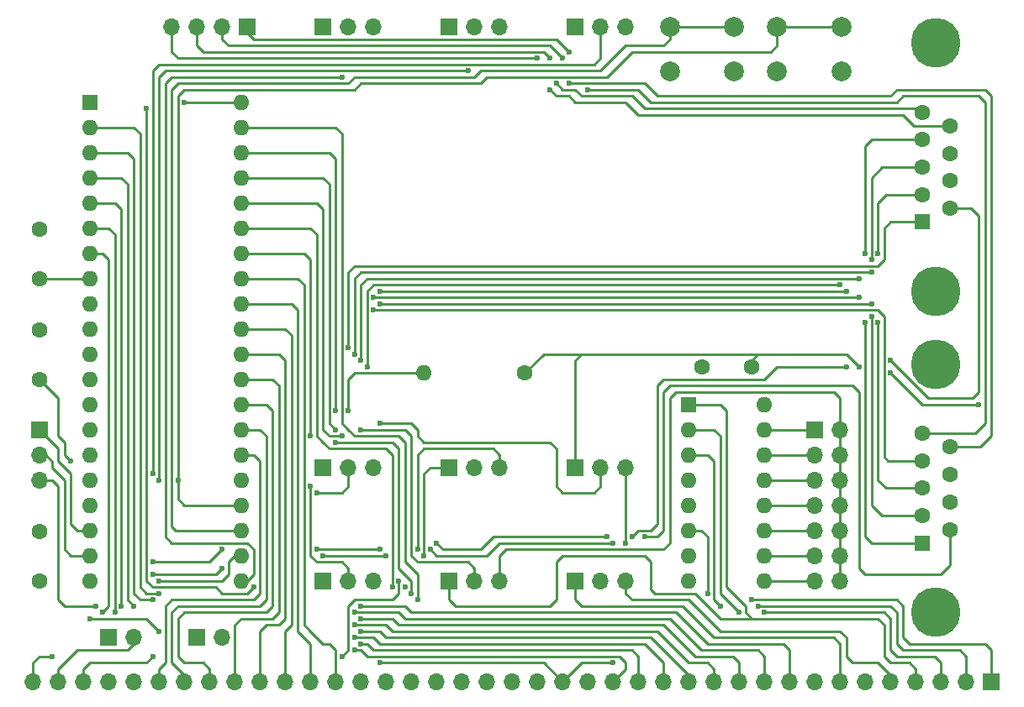
<source format=gtl>
G04 #@! TF.FileFunction,Copper,L1,Top,Signal*
%FSLAX46Y46*%
G04 Gerber Fmt 4.6, Leading zero omitted, Abs format (unit mm)*
G04 Created by KiCad (PCBNEW 4.0.7) date 02/14/19 14:15:43*
%MOMM*%
%LPD*%
G01*
G04 APERTURE LIST*
%ADD10C,0.100000*%
%ADD11C,1.600000*%
%ADD12R,1.600000X1.600000*%
%ADD13O,1.600000X1.600000*%
%ADD14R,1.700000X1.700000*%
%ADD15O,1.700000X1.700000*%
%ADD16C,5.000000*%
%ADD17C,2.000000*%
%ADD18C,0.600000*%
%ADD19C,0.250000*%
G04 APERTURE END LIST*
D10*
D11*
X54610000Y-132715000D03*
X54610000Y-127715000D03*
X126365000Y-111125000D03*
X121365000Y-111125000D03*
D12*
X120015000Y-114935000D03*
D13*
X127635000Y-132715000D03*
X120015000Y-117475000D03*
X127635000Y-130175000D03*
X120015000Y-120015000D03*
X127635000Y-127635000D03*
X120015000Y-122555000D03*
X127635000Y-125095000D03*
X120015000Y-125095000D03*
X127635000Y-122555000D03*
X120015000Y-127635000D03*
X127635000Y-120015000D03*
X120015000Y-130175000D03*
X127635000Y-117475000D03*
X120015000Y-132715000D03*
X127635000Y-114935000D03*
D14*
X132715000Y-117475000D03*
D15*
X135255000Y-117475000D03*
X132715000Y-120015000D03*
X135255000Y-120015000D03*
X132715000Y-122555000D03*
X135255000Y-122555000D03*
X132715000Y-125095000D03*
X135255000Y-125095000D03*
X132715000Y-127635000D03*
X135255000Y-127635000D03*
X132715000Y-130175000D03*
X135255000Y-130175000D03*
X132715000Y-132715000D03*
X135255000Y-132715000D03*
D11*
X54610000Y-102235000D03*
X54610000Y-97235000D03*
X54610000Y-112395000D03*
X54610000Y-107395000D03*
D14*
X150495000Y-142875000D03*
D15*
X147955000Y-142875000D03*
X145415000Y-142875000D03*
X142875000Y-142875000D03*
X140335000Y-142875000D03*
X137795000Y-142875000D03*
X135255000Y-142875000D03*
X132715000Y-142875000D03*
X130175000Y-142875000D03*
X127635000Y-142875000D03*
X125095000Y-142875000D03*
X122555000Y-142875000D03*
X120015000Y-142875000D03*
X117475000Y-142875000D03*
X114935000Y-142875000D03*
X112395000Y-142875000D03*
X109855000Y-142875000D03*
X107315000Y-142875000D03*
X104775000Y-142875000D03*
X102235000Y-142875000D03*
X99695000Y-142875000D03*
X97155000Y-142875000D03*
X94615000Y-142875000D03*
X92075000Y-142875000D03*
X89535000Y-142875000D03*
X86995000Y-142875000D03*
X84455000Y-142875000D03*
X81915000Y-142875000D03*
X79375000Y-142875000D03*
X76835000Y-142875000D03*
X74295000Y-142875000D03*
X71755000Y-142875000D03*
X69215000Y-142875000D03*
X66675000Y-142875000D03*
X64135000Y-142875000D03*
X61595000Y-142875000D03*
X59055000Y-142875000D03*
X56515000Y-142875000D03*
X53975000Y-142875000D03*
D14*
X83185000Y-132715000D03*
D15*
X85725000Y-132715000D03*
X88265000Y-132715000D03*
D14*
X95885000Y-132715000D03*
D15*
X98425000Y-132715000D03*
X100965000Y-132715000D03*
D14*
X70485000Y-138430000D03*
D15*
X73025000Y-138430000D03*
D14*
X61595000Y-138430000D03*
D15*
X64135000Y-138430000D03*
D11*
X103505000Y-111760000D03*
D13*
X93345000Y-111760000D03*
D12*
X59690000Y-84455000D03*
D13*
X74930000Y-132715000D03*
X59690000Y-86995000D03*
X74930000Y-130175000D03*
X59690000Y-89535000D03*
X74930000Y-127635000D03*
X59690000Y-92075000D03*
X74930000Y-125095000D03*
X59690000Y-94615000D03*
X74930000Y-122555000D03*
X59690000Y-97155000D03*
X74930000Y-120015000D03*
X59690000Y-99695000D03*
X74930000Y-117475000D03*
X59690000Y-102235000D03*
X74930000Y-114935000D03*
X59690000Y-104775000D03*
X74930000Y-112395000D03*
X59690000Y-107315000D03*
X74930000Y-109855000D03*
X59690000Y-109855000D03*
X74930000Y-107315000D03*
X59690000Y-112395000D03*
X74930000Y-104775000D03*
X59690000Y-114935000D03*
X74930000Y-102235000D03*
X59690000Y-117475000D03*
X74930000Y-99695000D03*
X59690000Y-120015000D03*
X74930000Y-97155000D03*
X59690000Y-122555000D03*
X74930000Y-94615000D03*
X59690000Y-125095000D03*
X74930000Y-92075000D03*
X59690000Y-127635000D03*
X74930000Y-89535000D03*
X59690000Y-130175000D03*
X74930000Y-86995000D03*
X59690000Y-132715000D03*
X74930000Y-84455000D03*
D14*
X75565000Y-76835000D03*
D15*
X73025000Y-76835000D03*
X70485000Y-76835000D03*
X67945000Y-76835000D03*
D12*
X143510000Y-96520000D03*
D11*
X143510000Y-93750000D03*
X143510000Y-90980000D03*
X143510000Y-88210000D03*
X143510000Y-85440000D03*
X146350000Y-95135000D03*
X146350000Y-92365000D03*
X146350000Y-89595000D03*
X146350000Y-86825000D03*
D16*
X144930000Y-78480000D03*
X144930000Y-103480000D03*
D12*
X143510000Y-128905000D03*
D11*
X143510000Y-126135000D03*
X143510000Y-123365000D03*
X143510000Y-120595000D03*
X143510000Y-117825000D03*
X146350000Y-127520000D03*
X146350000Y-124750000D03*
X146350000Y-121980000D03*
X146350000Y-119210000D03*
D16*
X144930000Y-110865000D03*
X144930000Y-135865000D03*
D14*
X54610000Y-117475000D03*
D15*
X54610000Y-120015000D03*
X54610000Y-122555000D03*
D14*
X83185000Y-121285000D03*
D15*
X85725000Y-121285000D03*
X88265000Y-121285000D03*
D14*
X95885000Y-121285000D03*
D15*
X98425000Y-121285000D03*
X100965000Y-121285000D03*
D14*
X83185000Y-76835000D03*
D15*
X85725000Y-76835000D03*
X88265000Y-76835000D03*
D14*
X95885000Y-76835000D03*
D15*
X98425000Y-76835000D03*
X100965000Y-76835000D03*
D14*
X108585000Y-76835000D03*
D15*
X111125000Y-76835000D03*
X113665000Y-76835000D03*
D17*
X118110000Y-81335000D03*
X118110000Y-76835000D03*
X124610000Y-81335000D03*
X124610000Y-76835000D03*
X128905000Y-81335000D03*
X128905000Y-76835000D03*
X135405000Y-81335000D03*
X135405000Y-76835000D03*
D14*
X108585000Y-132715000D03*
D15*
X111125000Y-132715000D03*
X113665000Y-132715000D03*
D14*
X108585000Y-121285000D03*
D15*
X111125000Y-121285000D03*
X113665000Y-121285000D03*
D18*
X137160000Y-111125000D03*
X140335000Y-111760000D03*
X149225000Y-114935000D03*
X88900000Y-140970000D03*
X112395000Y-140970000D03*
X107950000Y-79375000D03*
X109855000Y-83185000D03*
X107315000Y-80010000D03*
X107950000Y-82550000D03*
X106680000Y-82550000D03*
X106045000Y-80010000D03*
X106045000Y-83185000D03*
X104775000Y-80010000D03*
X86995000Y-135255000D03*
X66675000Y-133985000D03*
X86995000Y-136525000D03*
X86360000Y-137160000D03*
X66040000Y-134620000D03*
X86995000Y-137795000D03*
X64135000Y-135255000D03*
X86360000Y-138430000D03*
X62865000Y-135255000D03*
X86995000Y-139065000D03*
X62230000Y-135890000D03*
X60960000Y-135890000D03*
X86360000Y-139700000D03*
X92710000Y-134620000D03*
X90170000Y-133350000D03*
X55880000Y-140335000D03*
X85725000Y-115570000D03*
X135890000Y-111125000D03*
X112395000Y-128905000D03*
X114300000Y-128270000D03*
X89535000Y-130175000D03*
X73025000Y-131445000D03*
X66040000Y-132080000D03*
X59690000Y-136525000D03*
X66675000Y-137795000D03*
X83185000Y-130175000D03*
X93980000Y-129540000D03*
X140335000Y-110490000D03*
X111760000Y-128270000D03*
X73025000Y-129540000D03*
X66040000Y-130810000D03*
X82550000Y-129540000D03*
X94615000Y-128905000D03*
X88900000Y-129540000D03*
X115570000Y-128270000D03*
X121920000Y-133985000D03*
X126365000Y-134620000D03*
X123190000Y-135255000D03*
X127000000Y-135255000D03*
X125095000Y-135890000D03*
X127635000Y-135890000D03*
X88900000Y-103505000D03*
X137795000Y-106680000D03*
X135890000Y-103505000D03*
X68580000Y-122555000D03*
X57785000Y-120650000D03*
X85725000Y-109220000D03*
X86360000Y-109855000D03*
X138430000Y-101600000D03*
X139065000Y-99695000D03*
X86995000Y-110490000D03*
X137160000Y-102235000D03*
X138430000Y-100330000D03*
X87630000Y-111125000D03*
X135255000Y-102870000D03*
X137795000Y-99695000D03*
X88265000Y-104140000D03*
X137160000Y-104140000D03*
X138430000Y-106045000D03*
X88900000Y-104775000D03*
X139065000Y-106680000D03*
X138430000Y-104775000D03*
X88265000Y-105410000D03*
X60325000Y-135255000D03*
X66675000Y-132715000D03*
X86360000Y-135890000D03*
X76200000Y-133350000D03*
X65405000Y-85090000D03*
X69215000Y-84455000D03*
X92075000Y-133985000D03*
X81915000Y-118110000D03*
X84455000Y-118745000D03*
X93345000Y-130175000D03*
X91440000Y-133350000D03*
X90805000Y-132715000D03*
X66040000Y-140335000D03*
X85090000Y-140335000D03*
X92710000Y-129540000D03*
X82550000Y-123825000D03*
X84455000Y-115570000D03*
X81915000Y-123190000D03*
X86995000Y-117475000D03*
X84455000Y-117475000D03*
X88900000Y-116840000D03*
X85090000Y-118110000D03*
X85090000Y-81915000D03*
X66675000Y-122555000D03*
X97790000Y-81280000D03*
X66040000Y-121920000D03*
X113665000Y-128905000D03*
D19*
X126365000Y-111125000D02*
X126365000Y-110490000D01*
X126365000Y-110490000D02*
X127000000Y-109855000D01*
X125095000Y-109855000D02*
X127000000Y-109855000D01*
X127000000Y-109855000D02*
X135890000Y-109855000D01*
X135890000Y-109855000D02*
X136525000Y-110490000D01*
X143510000Y-114935000D02*
X140335000Y-111760000D01*
X149225000Y-114935000D02*
X143510000Y-114935000D01*
X136525000Y-110490000D02*
X137160000Y-111125000D01*
X108585000Y-116840000D02*
X108585000Y-110490000D01*
X108585000Y-110490000D02*
X109220000Y-109855000D01*
X108585000Y-121285000D02*
X108585000Y-116840000D01*
X125095000Y-109855000D02*
X109220000Y-109855000D01*
X105410000Y-109855000D02*
X103505000Y-111760000D01*
X109220000Y-109855000D02*
X106680000Y-109855000D01*
X106680000Y-109855000D02*
X105410000Y-109855000D01*
X104140000Y-140970000D02*
X88900000Y-140970000D01*
X104140000Y-140970000D02*
X105410000Y-140970000D01*
X105410000Y-140970000D02*
X107315000Y-142875000D01*
X112395000Y-140970000D02*
X109220000Y-140970000D01*
X107315000Y-142875000D02*
X109220000Y-140970000D01*
X127635000Y-117475000D02*
X132715000Y-117475000D01*
X127635000Y-120015000D02*
X132715000Y-120015000D01*
X127635000Y-122555000D02*
X132715000Y-122555000D01*
X127635000Y-125095000D02*
X132715000Y-125095000D01*
X127635000Y-127635000D02*
X132715000Y-127635000D01*
X127635000Y-130175000D02*
X132715000Y-130175000D01*
X127635000Y-132715000D02*
X132715000Y-132715000D01*
X75565000Y-76835000D02*
X75565000Y-77470000D01*
X75565000Y-77470000D02*
X76200000Y-78105000D01*
X76200000Y-78105000D02*
X78105000Y-78105000D01*
X139700000Y-84455000D02*
X140970000Y-84455000D01*
X143510000Y-117825000D02*
X148875000Y-117825000D01*
X149860000Y-116840000D02*
X149860000Y-109855000D01*
X148875000Y-117825000D02*
X149860000Y-116840000D01*
X149860000Y-85090000D02*
X149860000Y-109855000D01*
X114935000Y-83185000D02*
X116205000Y-84455000D01*
X116205000Y-84455000D02*
X139700000Y-84455000D01*
X109855000Y-83185000D02*
X114935000Y-83185000D01*
X149860000Y-84455000D02*
X149860000Y-85090000D01*
X149225000Y-83820000D02*
X149860000Y-84455000D01*
X141605000Y-83820000D02*
X149225000Y-83820000D01*
X140970000Y-84455000D02*
X141605000Y-83820000D01*
X104140000Y-78105000D02*
X106680000Y-78105000D01*
X78105000Y-78105000D02*
X81915000Y-78105000D01*
X104140000Y-78105000D02*
X81915000Y-78105000D01*
X107950000Y-79375000D02*
X107950000Y-79375000D01*
X106680000Y-78105000D02*
X107950000Y-79375000D01*
X78105000Y-78740000D02*
X73660000Y-78740000D01*
X107315000Y-80010000D02*
X106045000Y-78740000D01*
X102235000Y-78740000D02*
X81280000Y-78740000D01*
X78105000Y-78740000D02*
X81280000Y-78740000D01*
X102235000Y-78740000D02*
X106045000Y-78740000D01*
X73025000Y-78105000D02*
X73025000Y-76835000D01*
X73660000Y-78740000D02*
X73025000Y-78105000D01*
X139700000Y-83820000D02*
X140335000Y-83820000D01*
X115570000Y-82550000D02*
X116840000Y-83820000D01*
X116840000Y-83820000D02*
X139700000Y-83820000D01*
X107950000Y-82550000D02*
X109855000Y-82550000D01*
X109855000Y-82550000D02*
X115570000Y-82550000D01*
X149395000Y-119210000D02*
X150495000Y-118110000D01*
X150495000Y-118110000D02*
X150495000Y-83820000D01*
X149395000Y-119210000D02*
X146350000Y-119210000D01*
X149860000Y-83185000D02*
X150495000Y-83820000D01*
X140970000Y-83185000D02*
X149860000Y-83185000D01*
X140335000Y-83820000D02*
X140970000Y-83185000D01*
X78740000Y-79375000D02*
X71120000Y-79375000D01*
X109855000Y-83820000D02*
X114300000Y-83820000D01*
X109220000Y-83820000D02*
X109855000Y-83820000D01*
X102870000Y-79375000D02*
X105410000Y-79375000D01*
X102870000Y-79375000D02*
X78740000Y-79375000D01*
X105410000Y-79375000D02*
X106045000Y-80010000D01*
X106680000Y-82550000D02*
X107315000Y-83185000D01*
X115570000Y-85090000D02*
X137795000Y-85090000D01*
X114300000Y-83820000D02*
X115570000Y-85090000D01*
X143160000Y-85090000D02*
X137795000Y-85090000D01*
X108585000Y-83185000D02*
X109220000Y-83820000D01*
X107315000Y-83185000D02*
X108585000Y-83185000D01*
X70485000Y-78740000D02*
X70485000Y-76835000D01*
X71120000Y-79375000D02*
X70485000Y-78740000D01*
X143160000Y-85090000D02*
X143510000Y-85440000D01*
X78740000Y-80010000D02*
X68580000Y-80010000D01*
X142705000Y-86825000D02*
X141605000Y-85725000D01*
X141605000Y-85725000D02*
X139700000Y-85725000D01*
X109855000Y-84455000D02*
X113665000Y-84455000D01*
X108585000Y-84455000D02*
X109855000Y-84455000D01*
X104140000Y-80010000D02*
X104775000Y-80010000D01*
X104140000Y-80010000D02*
X78740000Y-80010000D01*
X106045000Y-83185000D02*
X106680000Y-83820000D01*
X114935000Y-85725000D02*
X139700000Y-85725000D01*
X113665000Y-84455000D02*
X114935000Y-85725000D01*
X146350000Y-86825000D02*
X142705000Y-86825000D01*
X107950000Y-83820000D02*
X108585000Y-84455000D01*
X106680000Y-83820000D02*
X107950000Y-83820000D01*
X67945000Y-79375000D02*
X67945000Y-76835000D01*
X68580000Y-80010000D02*
X67945000Y-79375000D01*
X130175000Y-139700000D02*
X129540000Y-139065000D01*
X91440000Y-135255000D02*
X86995000Y-135255000D01*
X92075000Y-135890000D02*
X91440000Y-135255000D01*
X118745000Y-135890000D02*
X92075000Y-135890000D01*
X121920000Y-139065000D02*
X118745000Y-135890000D01*
X129540000Y-139065000D02*
X121920000Y-139065000D01*
X130175000Y-142875000D02*
X130175000Y-139700000D01*
X124460000Y-140335000D02*
X120650000Y-140335000D01*
X90170000Y-136525000D02*
X90805000Y-137160000D01*
X90805000Y-137160000D02*
X117475000Y-137160000D01*
X66675000Y-133985000D02*
X66040000Y-133985000D01*
X64770000Y-129540000D02*
X64770000Y-132715000D01*
X59690000Y-86995000D02*
X64135000Y-86995000D01*
X64770000Y-87630000D02*
X64770000Y-129540000D01*
X64135000Y-86995000D02*
X64770000Y-87630000D01*
X64770000Y-133350000D02*
X65405000Y-133985000D01*
X65405000Y-133985000D02*
X66040000Y-133985000D01*
X64770000Y-132715000D02*
X64770000Y-133350000D01*
X86995000Y-136525000D02*
X90170000Y-136525000D01*
X125095000Y-140970000D02*
X125095000Y-142875000D01*
X124460000Y-140335000D02*
X125095000Y-140970000D01*
X120650000Y-140335000D02*
X117475000Y-137160000D01*
X122555000Y-141605000D02*
X121920000Y-140970000D01*
X116840000Y-137795000D02*
X120015000Y-140970000D01*
X120015000Y-140970000D02*
X120650000Y-140970000D01*
X86360000Y-137160000D02*
X89535000Y-137160000D01*
X64135000Y-129540000D02*
X64135000Y-133985000D01*
X63500000Y-89535000D02*
X64135000Y-90170000D01*
X64135000Y-90170000D02*
X64135000Y-129540000D01*
X59690000Y-89535000D02*
X63500000Y-89535000D01*
X64770000Y-134620000D02*
X66040000Y-134620000D01*
X64135000Y-133985000D02*
X64770000Y-134620000D01*
X90170000Y-137795000D02*
X116840000Y-137795000D01*
X89535000Y-137160000D02*
X90170000Y-137795000D01*
X122555000Y-141605000D02*
X122555000Y-142875000D01*
X121920000Y-140970000D02*
X120650000Y-140970000D01*
X122555000Y-142875000D02*
X122555000Y-142240000D01*
X120015000Y-142875000D02*
X120015000Y-142240000D01*
X120015000Y-142240000D02*
X116205000Y-138430000D01*
X86995000Y-137795000D02*
X88900000Y-137795000D01*
X63500000Y-128905000D02*
X63500000Y-134620000D01*
X62865000Y-92075000D02*
X63500000Y-92710000D01*
X63500000Y-92710000D02*
X63500000Y-128905000D01*
X59690000Y-92075000D02*
X62865000Y-92075000D01*
X64135000Y-135255000D02*
X64135000Y-135255000D01*
X63500000Y-134620000D02*
X64135000Y-135255000D01*
X89535000Y-138430000D02*
X116205000Y-138430000D01*
X88900000Y-137795000D02*
X89535000Y-138430000D01*
X120015000Y-142875000D02*
X120015000Y-142240000D01*
X88265000Y-138430000D02*
X88900000Y-139065000D01*
X88900000Y-139065000D02*
X114935000Y-139065000D01*
X59690000Y-94615000D02*
X62230000Y-94615000D01*
X62865000Y-95250000D02*
X62865000Y-129540000D01*
X62230000Y-94615000D02*
X62865000Y-95250000D01*
X62865000Y-129540000D02*
X62865000Y-135255000D01*
X86360000Y-138430000D02*
X88265000Y-138430000D01*
X117475000Y-141605000D02*
X117475000Y-142875000D01*
X117475000Y-140970000D02*
X115570000Y-139065000D01*
X115570000Y-139065000D02*
X114935000Y-139065000D01*
X117475000Y-141605000D02*
X117475000Y-140970000D01*
X87630000Y-139065000D02*
X88265000Y-139700000D01*
X88265000Y-139700000D02*
X113665000Y-139700000D01*
X114935000Y-142875000D02*
X114935000Y-140970000D01*
X61595000Y-97155000D02*
X59690000Y-97155000D01*
X62230000Y-97790000D02*
X62230000Y-129540000D01*
X61595000Y-97155000D02*
X62230000Y-97790000D01*
X62230000Y-129540000D02*
X62230000Y-135890000D01*
X86995000Y-139065000D02*
X87630000Y-139065000D01*
X114935000Y-140335000D02*
X114300000Y-139700000D01*
X114300000Y-139700000D02*
X113665000Y-139700000D01*
X114935000Y-140970000D02*
X114935000Y-140335000D01*
X60960000Y-135890000D02*
X61595000Y-135255000D01*
X59690000Y-99695000D02*
X60960000Y-99695000D01*
X61595000Y-132080000D02*
X61595000Y-135255000D01*
X61595000Y-132080000D02*
X61595000Y-129540000D01*
X60960000Y-99695000D02*
X61595000Y-100330000D01*
X61595000Y-100330000D02*
X61595000Y-129540000D01*
X113665000Y-141605000D02*
X112395000Y-142875000D01*
X113665000Y-140970000D02*
X113030000Y-140335000D01*
X113665000Y-141605000D02*
X113665000Y-140970000D01*
X86360000Y-139700000D02*
X86995000Y-139700000D01*
X87630000Y-140335000D02*
X113030000Y-140335000D01*
X86995000Y-139700000D02*
X87630000Y-140335000D01*
X85725000Y-117475000D02*
X85090000Y-116840000D01*
X85090000Y-116840000D02*
X85090000Y-115570000D01*
X85090000Y-109220000D02*
X85090000Y-115570000D01*
X84455000Y-86995000D02*
X74930000Y-86995000D01*
X85090000Y-87630000D02*
X85090000Y-109220000D01*
X84455000Y-86995000D02*
X85090000Y-87630000D01*
X92710000Y-132080000D02*
X92710000Y-134620000D01*
X91440000Y-130810000D02*
X92710000Y-132080000D01*
X91440000Y-118745000D02*
X91440000Y-130810000D01*
X90805000Y-118110000D02*
X91440000Y-118745000D01*
X86360000Y-118110000D02*
X90805000Y-118110000D01*
X85725000Y-117475000D02*
X86360000Y-118110000D01*
X83185000Y-118745000D02*
X83820000Y-119380000D01*
X82550000Y-113665000D02*
X82550000Y-118110000D01*
X81915000Y-97155000D02*
X82550000Y-97790000D01*
X82550000Y-97790000D02*
X82550000Y-113665000D01*
X81915000Y-97155000D02*
X74930000Y-97155000D01*
X82550000Y-118110000D02*
X83185000Y-118745000D01*
X90170000Y-120015000D02*
X90170000Y-133350000D01*
X89535000Y-119380000D02*
X90170000Y-120015000D01*
X83820000Y-119380000D02*
X89535000Y-119380000D01*
X81915000Y-137795000D02*
X81280000Y-137160000D01*
X83185000Y-139065000D02*
X81915000Y-137795000D01*
X84455000Y-139700000D02*
X83820000Y-139065000D01*
X84455000Y-142875000D02*
X84455000Y-139700000D01*
X83820000Y-139065000D02*
X83185000Y-139065000D01*
X80645000Y-102235000D02*
X74930000Y-102235000D01*
X81280000Y-102870000D02*
X80645000Y-102235000D01*
X81280000Y-137160000D02*
X81280000Y-102870000D01*
X80645000Y-137795000D02*
X80645000Y-105410000D01*
X81915000Y-139065000D02*
X80645000Y-137795000D01*
X81915000Y-142875000D02*
X81915000Y-140335000D01*
X81915000Y-140335000D02*
X81915000Y-139065000D01*
X80010000Y-104775000D02*
X74930000Y-104775000D01*
X80645000Y-105410000D02*
X80010000Y-104775000D01*
X80010000Y-137160000D02*
X80010000Y-107950000D01*
X79375000Y-137795000D02*
X80010000Y-137160000D01*
X79375000Y-142875000D02*
X79375000Y-140970000D01*
X79375000Y-140970000D02*
X79375000Y-137795000D01*
X79375000Y-107315000D02*
X74930000Y-107315000D01*
X80010000Y-107950000D02*
X79375000Y-107315000D01*
X79375000Y-136525000D02*
X79375000Y-110490000D01*
X76835000Y-137795000D02*
X77470000Y-137160000D01*
X77470000Y-137160000D02*
X78740000Y-137160000D01*
X78740000Y-137160000D02*
X79375000Y-136525000D01*
X76835000Y-142875000D02*
X76835000Y-141605000D01*
X76835000Y-141605000D02*
X76835000Y-137795000D01*
X78740000Y-109855000D02*
X74930000Y-109855000D01*
X79375000Y-110490000D02*
X78740000Y-109855000D01*
X78740000Y-135890000D02*
X78740000Y-113030000D01*
X74295000Y-137160000D02*
X74930000Y-136525000D01*
X74930000Y-136525000D02*
X78105000Y-136525000D01*
X78105000Y-136525000D02*
X78740000Y-135890000D01*
X74295000Y-142875000D02*
X74295000Y-137160000D01*
X78105000Y-112395000D02*
X74930000Y-112395000D01*
X78740000Y-113030000D02*
X78105000Y-112395000D01*
X68580000Y-140335000D02*
X68580000Y-136525000D01*
X68580000Y-136525000D02*
X69215000Y-135890000D01*
X68580000Y-140335000D02*
X69215000Y-140970000D01*
X78105000Y-135255000D02*
X78105000Y-115570000D01*
X69215000Y-135890000D02*
X77470000Y-135890000D01*
X77470000Y-135890000D02*
X78105000Y-135255000D01*
X71755000Y-141605000D02*
X71120000Y-140970000D01*
X71755000Y-142875000D02*
X71755000Y-141605000D01*
X71120000Y-140970000D02*
X69215000Y-140970000D01*
X77470000Y-114935000D02*
X74930000Y-114935000D01*
X78105000Y-115570000D02*
X77470000Y-114935000D01*
X67945000Y-140970000D02*
X67945000Y-135890000D01*
X67945000Y-135890000D02*
X68580000Y-135255000D01*
X67945000Y-140970000D02*
X69215000Y-142240000D01*
X69215000Y-142240000D02*
X69215000Y-142875000D01*
X77470000Y-132080000D02*
X77470000Y-118110000D01*
X68580000Y-135255000D02*
X76835000Y-135255000D01*
X76835000Y-135255000D02*
X77470000Y-134620000D01*
X77470000Y-134620000D02*
X77470000Y-132080000D01*
X76835000Y-117475000D02*
X74930000Y-117475000D01*
X77470000Y-118110000D02*
X76835000Y-117475000D01*
X76835000Y-120650000D02*
X76835000Y-133985000D01*
X67945000Y-134620000D02*
X67310000Y-135255000D01*
X66675000Y-141605000D02*
X66675000Y-142240000D01*
X67310000Y-140970000D02*
X66675000Y-141605000D01*
X67310000Y-135255000D02*
X67310000Y-140970000D01*
X66675000Y-142240000D02*
X66675000Y-142875000D01*
X74930000Y-120015000D02*
X76200000Y-120015000D01*
X76200000Y-134620000D02*
X67945000Y-134620000D01*
X76835000Y-133985000D02*
X76200000Y-134620000D01*
X76200000Y-120015000D02*
X76835000Y-120650000D01*
X64135000Y-138430000D02*
X64135000Y-139065000D01*
X64135000Y-139065000D02*
X63500000Y-139700000D01*
X63500000Y-139700000D02*
X58420000Y-139700000D01*
X58420000Y-139700000D02*
X57785000Y-140335000D01*
X56515000Y-141605000D02*
X56515000Y-142875000D01*
X57785000Y-140335000D02*
X56515000Y-141605000D01*
X54610000Y-140335000D02*
X55880000Y-140335000D01*
X53975000Y-140970000D02*
X53975000Y-142875000D01*
X53975000Y-140970000D02*
X54610000Y-140335000D01*
X53975000Y-142240000D02*
X53975000Y-142875000D01*
X85725000Y-115570000D02*
X85725000Y-112395000D01*
X86360000Y-111760000D02*
X93345000Y-111760000D01*
X85725000Y-112395000D02*
X86360000Y-111760000D01*
X128905000Y-111125000D02*
X135890000Y-111125000D01*
X148590000Y-114300000D02*
X149225000Y-113665000D01*
X149225000Y-113665000D02*
X149225000Y-95885000D01*
X149225000Y-95885000D02*
X148475000Y-95135000D01*
X146350000Y-95135000D02*
X148475000Y-95135000D01*
X128270000Y-111760000D02*
X128905000Y-111125000D01*
X127635000Y-112395000D02*
X128270000Y-111760000D01*
X116840000Y-127000000D02*
X116840000Y-113030000D01*
X114935000Y-127635000D02*
X116205000Y-127635000D01*
X116205000Y-127635000D02*
X116840000Y-127000000D01*
X93980000Y-129540000D02*
X94615000Y-130175000D01*
X72390000Y-132080000D02*
X73025000Y-131445000D01*
X59690000Y-136525000D02*
X60325000Y-136525000D01*
X66675000Y-137795000D02*
X65405000Y-136525000D01*
X65405000Y-136525000D02*
X60325000Y-136525000D01*
X66040000Y-132080000D02*
X72390000Y-132080000D01*
X83185000Y-130175000D02*
X89535000Y-130175000D01*
X100965000Y-128905000D02*
X111760000Y-128905000D01*
X99695000Y-130175000D02*
X100965000Y-128905000D01*
X94615000Y-130175000D02*
X99695000Y-130175000D01*
X111760000Y-128905000D02*
X112395000Y-128905000D01*
X114300000Y-128270000D02*
X114935000Y-127635000D01*
X117475000Y-112395000D02*
X125095000Y-112395000D01*
X116840000Y-113030000D02*
X117475000Y-112395000D01*
X125095000Y-112395000D02*
X127635000Y-112395000D01*
X140335000Y-110490000D02*
X144145000Y-114300000D01*
X144145000Y-114300000D02*
X148590000Y-114300000D01*
X146350000Y-127520000D02*
X146350000Y-131145000D01*
X117475000Y-113665000D02*
X118110000Y-113030000D01*
X118110000Y-113030000D02*
X136525000Y-113030000D01*
X136525000Y-113030000D02*
X137160000Y-113665000D01*
X137160000Y-113665000D02*
X137160000Y-131445000D01*
X137160000Y-131445000D02*
X137795000Y-132080000D01*
X137795000Y-132080000D02*
X140970000Y-132080000D01*
X115570000Y-128270000D02*
X116840000Y-128270000D01*
X94615000Y-128905000D02*
X95250000Y-129540000D01*
X82550000Y-129540000D02*
X88900000Y-129540000D01*
X71755000Y-130810000D02*
X73025000Y-129540000D01*
X66040000Y-130810000D02*
X71755000Y-130810000D01*
X100330000Y-128270000D02*
X102235000Y-128270000D01*
X99060000Y-129540000D02*
X100330000Y-128270000D01*
X95250000Y-129540000D02*
X99060000Y-129540000D01*
X111760000Y-128270000D02*
X102235000Y-128270000D01*
X116840000Y-128270000D02*
X117475000Y-127635000D01*
X117475000Y-127635000D02*
X117475000Y-113665000D01*
X145415000Y-132080000D02*
X140970000Y-132080000D01*
X146350000Y-131145000D02*
X145415000Y-132080000D01*
X136525000Y-134620000D02*
X140970000Y-134620000D01*
X141605000Y-138430000D02*
X142240000Y-139065000D01*
X141605000Y-135255000D02*
X141605000Y-138430000D01*
X140970000Y-134620000D02*
X141605000Y-135255000D01*
X121920000Y-133985000D02*
X121920000Y-128270000D01*
X121920000Y-128270000D02*
X121285000Y-127635000D01*
X120015000Y-127635000D02*
X121285000Y-127635000D01*
X128270000Y-134620000D02*
X126365000Y-134620000D01*
X128270000Y-134620000D02*
X136525000Y-134620000D01*
X150495000Y-139700000D02*
X150495000Y-142875000D01*
X149860000Y-139065000D02*
X150495000Y-139700000D01*
X142240000Y-139065000D02*
X149860000Y-139065000D01*
X133985000Y-135255000D02*
X140335000Y-135255000D01*
X133985000Y-135255000D02*
X127000000Y-135255000D01*
X120015000Y-120015000D02*
X121920000Y-120015000D01*
X121920000Y-120015000D02*
X122555000Y-120650000D01*
X122555000Y-120650000D02*
X122555000Y-134620000D01*
X122555000Y-134620000D02*
X123190000Y-135255000D01*
X147955000Y-140335000D02*
X147955000Y-142875000D01*
X147320000Y-139700000D02*
X147955000Y-140335000D01*
X141605000Y-139700000D02*
X147320000Y-139700000D01*
X140970000Y-139065000D02*
X141605000Y-139700000D01*
X140970000Y-135890000D02*
X140970000Y-139065000D01*
X140335000Y-135255000D02*
X140970000Y-135890000D01*
X131445000Y-135890000D02*
X139700000Y-135890000D01*
X131445000Y-135890000D02*
X127635000Y-135890000D01*
X120015000Y-117475000D02*
X122555000Y-117475000D01*
X122555000Y-117475000D02*
X123190000Y-118110000D01*
X123190000Y-118110000D02*
X123190000Y-133985000D01*
X123190000Y-133985000D02*
X125095000Y-135890000D01*
X145415000Y-140970000D02*
X145415000Y-142875000D01*
X144780000Y-140335000D02*
X145415000Y-140970000D01*
X140970000Y-140335000D02*
X144780000Y-140335000D01*
X140335000Y-139700000D02*
X140970000Y-140335000D01*
X140335000Y-136525000D02*
X140335000Y-139700000D01*
X139700000Y-135890000D02*
X140335000Y-136525000D01*
X95885000Y-132715000D02*
X95885000Y-134620000D01*
X123190000Y-136525000D02*
X126365000Y-136525000D01*
X120650000Y-133985000D02*
X123190000Y-136525000D01*
X116655002Y-133985000D02*
X120650000Y-133985000D01*
X116205000Y-133534998D02*
X116655002Y-133985000D01*
X116205000Y-130810000D02*
X116205000Y-133534998D01*
X115570000Y-130175000D02*
X116205000Y-130810000D01*
X107315000Y-130175000D02*
X115570000Y-130175000D01*
X106680000Y-130810000D02*
X107315000Y-130175000D01*
X106680000Y-134620000D02*
X106680000Y-130810000D01*
X106045000Y-135255000D02*
X106680000Y-134620000D01*
X96520000Y-135255000D02*
X106045000Y-135255000D01*
X95885000Y-134620000D02*
X96520000Y-135255000D01*
X139700000Y-140335000D02*
X139700000Y-137160000D01*
X123825000Y-133350000D02*
X123825000Y-115570000D01*
X125730000Y-135890000D02*
X126365000Y-136525000D01*
X125730000Y-135255000D02*
X125730000Y-135890000D01*
X125730000Y-135255000D02*
X123825000Y-133350000D01*
X120015000Y-114935000D02*
X123190000Y-114935000D01*
X123825000Y-115570000D02*
X123190000Y-114935000D01*
X126365000Y-136525000D02*
X128905000Y-136525000D01*
X142875000Y-141605000D02*
X142240000Y-140970000D01*
X142240000Y-140970000D02*
X140335000Y-140970000D01*
X140335000Y-140970000D02*
X139700000Y-140335000D01*
X142875000Y-141605000D02*
X142875000Y-142875000D01*
X139065000Y-136525000D02*
X128905000Y-136525000D01*
X139700000Y-137160000D02*
X139065000Y-136525000D01*
X88900000Y-103505000D02*
X135890000Y-103505000D01*
X143510000Y-128905000D02*
X138430000Y-128905000D01*
X137795000Y-128270000D02*
X137795000Y-113030000D01*
X138430000Y-128905000D02*
X137795000Y-128270000D01*
X137795000Y-109855000D02*
X137795000Y-113030000D01*
X137795000Y-106680000D02*
X137795000Y-109855000D01*
X54610000Y-102235000D02*
X59690000Y-102235000D01*
X116205000Y-79375000D02*
X128270000Y-79375000D01*
X128905000Y-78740000D02*
X128905000Y-76835000D01*
X128270000Y-79375000D02*
X128905000Y-78740000D01*
X88265000Y-82550000D02*
X99060000Y-82550000D01*
X114300000Y-79375000D02*
X116205000Y-79375000D01*
X111760000Y-81915000D02*
X114300000Y-79375000D01*
X100330000Y-81915000D02*
X104775000Y-81915000D01*
X104775000Y-81915000D02*
X111760000Y-81915000D01*
X68580000Y-90805000D02*
X68580000Y-83820000D01*
X68580000Y-90805000D02*
X68580000Y-122555000D01*
X68580000Y-83820000D02*
X69215000Y-83185000D01*
X76835000Y-83185000D02*
X69215000Y-83185000D01*
X76835000Y-83185000D02*
X86360000Y-83185000D01*
X99695000Y-81915000D02*
X100330000Y-81915000D01*
X99060000Y-82550000D02*
X99695000Y-81915000D01*
X86995000Y-82550000D02*
X86360000Y-83185000D01*
X88265000Y-82550000D02*
X86995000Y-82550000D01*
X135405000Y-76835000D02*
X128905000Y-76835000D01*
X54610000Y-112395000D02*
X56515000Y-114300000D01*
X56515000Y-118110000D02*
X56515000Y-114300000D01*
X57150000Y-118745000D02*
X56515000Y-118110000D01*
X57150000Y-120015000D02*
X57150000Y-118745000D01*
X57785000Y-120650000D02*
X57150000Y-120015000D01*
X70485000Y-125095000D02*
X69215000Y-125095000D01*
X74930000Y-125095000D02*
X70485000Y-125095000D01*
X69215000Y-125095000D02*
X68580000Y-124460000D01*
X68580000Y-122555000D02*
X68580000Y-124460000D01*
X135255000Y-100965000D02*
X139065000Y-100965000D01*
X135255000Y-100965000D02*
X129540000Y-100965000D01*
X85725000Y-102870000D02*
X85725000Y-101600000D01*
X85725000Y-109220000D02*
X85725000Y-102870000D01*
X86360000Y-100965000D02*
X129540000Y-100965000D01*
X85725000Y-101600000D02*
X86360000Y-100965000D01*
X140335000Y-96520000D02*
X143510000Y-96520000D01*
X140335000Y-96520000D02*
X139700000Y-97155000D01*
X139700000Y-99695000D02*
X139700000Y-97155000D01*
X139700000Y-100330000D02*
X139700000Y-99695000D01*
X139065000Y-100965000D02*
X139700000Y-100330000D01*
X139065000Y-97790000D02*
X139065000Y-99695000D01*
X86360000Y-102870000D02*
X86360000Y-102235000D01*
X86360000Y-109855000D02*
X86360000Y-102870000D01*
X86995000Y-101600000D02*
X130175000Y-101600000D01*
X86360000Y-102235000D02*
X86995000Y-101600000D01*
X130175000Y-101600000D02*
X135890000Y-101600000D01*
X139930000Y-93750000D02*
X143510000Y-93750000D01*
X139930000Y-93750000D02*
X139065000Y-94615000D01*
X139065000Y-97790000D02*
X139065000Y-94615000D01*
X138430000Y-101600000D02*
X135890000Y-101600000D01*
X143280000Y-93980000D02*
X143510000Y-93750000D01*
X138430000Y-96520000D02*
X138430000Y-100330000D01*
X87630000Y-102235000D02*
X130810000Y-102235000D01*
X86995000Y-110490000D02*
X86995000Y-102870000D01*
X86995000Y-102870000D02*
X87630000Y-102235000D01*
X139525000Y-90980000D02*
X138430000Y-92075000D01*
X138430000Y-92075000D02*
X138430000Y-96520000D01*
X139525000Y-90980000D02*
X143510000Y-90980000D01*
X137160000Y-102235000D02*
X130810000Y-102235000D01*
X137795000Y-97155000D02*
X137795000Y-99695000D01*
X87630000Y-103505000D02*
X88265000Y-102870000D01*
X88265000Y-102870000D02*
X90805000Y-102870000D01*
X87630000Y-111125000D02*
X87630000Y-103505000D01*
X90805000Y-102870000D02*
X131445000Y-102870000D01*
X138485000Y-88210000D02*
X137795000Y-88900000D01*
X137795000Y-88900000D02*
X137795000Y-97155000D01*
X138485000Y-88210000D02*
X143510000Y-88210000D01*
X135255000Y-102870000D02*
X131445000Y-102870000D01*
X118110000Y-114300000D02*
X118745000Y-113665000D01*
X118745000Y-113665000D02*
X134620000Y-113665000D01*
X100965000Y-132715000D02*
X100965000Y-130175000D01*
X135255000Y-114300000D02*
X134620000Y-113665000D01*
X135255000Y-114300000D02*
X135255000Y-117475000D01*
X118110000Y-128905000D02*
X118110000Y-114300000D01*
X117475000Y-129540000D02*
X118110000Y-128905000D01*
X101600000Y-129540000D02*
X117475000Y-129540000D01*
X100965000Y-130175000D02*
X101600000Y-129540000D01*
X135255000Y-130175000D02*
X135255000Y-132715000D01*
X135255000Y-127635000D02*
X135255000Y-130175000D01*
X135255000Y-120015000D02*
X135255000Y-122555000D01*
X135255000Y-117475000D02*
X135255000Y-120015000D01*
X135255000Y-125095000D02*
X135255000Y-122555000D01*
X135255000Y-127635000D02*
X135255000Y-125095000D01*
X138430000Y-109855000D02*
X138430000Y-106045000D01*
X143510000Y-126135000D02*
X139470000Y-126135000D01*
X138430000Y-125095000D02*
X138430000Y-112395000D01*
X139470000Y-126135000D02*
X138430000Y-125095000D01*
X138430000Y-109855000D02*
X138430000Y-112395000D01*
X137160000Y-104140000D02*
X88265000Y-104140000D01*
X139065000Y-106680000D02*
X139065000Y-109855000D01*
X139875000Y-123365000D02*
X143510000Y-123365000D01*
X139065000Y-122555000D02*
X139065000Y-112395000D01*
X139875000Y-123365000D02*
X139065000Y-122555000D01*
X139065000Y-109855000D02*
X139065000Y-112395000D01*
X88900000Y-104775000D02*
X138430000Y-104775000D01*
X88265000Y-105410000D02*
X139065000Y-105410000D01*
X143510000Y-120595000D02*
X140095002Y-120595000D01*
X139700000Y-120199998D02*
X139700000Y-112395000D01*
X140095002Y-120595000D02*
X139700000Y-120199998D01*
X139700000Y-109855000D02*
X139700000Y-112395000D01*
X139700000Y-106045000D02*
X139700000Y-109855000D01*
X139065000Y-105410000D02*
X139700000Y-106045000D01*
X57785000Y-121920000D02*
X56515000Y-120650000D01*
X56515000Y-119380000D02*
X54610000Y-117475000D01*
X56515000Y-120650000D02*
X56515000Y-119380000D01*
X57785000Y-127000000D02*
X58420000Y-127635000D01*
X57785000Y-121920000D02*
X57785000Y-127000000D01*
X58420000Y-127635000D02*
X59690000Y-127635000D01*
X57150000Y-122555000D02*
X55880000Y-121285000D01*
X55880000Y-120650000D02*
X55245000Y-120015000D01*
X55880000Y-121285000D02*
X55880000Y-120650000D01*
X55245000Y-120015000D02*
X54610000Y-120015000D01*
X57150000Y-129540000D02*
X57785000Y-130175000D01*
X57150000Y-122555000D02*
X57150000Y-129540000D01*
X59690000Y-130175000D02*
X57785000Y-130175000D01*
X74930000Y-130175000D02*
X74295000Y-130175000D01*
X74295000Y-130175000D02*
X73660000Y-130810000D01*
X73660000Y-130810000D02*
X73660000Y-132080000D01*
X73660000Y-132080000D02*
X73025000Y-132715000D01*
X73025000Y-132715000D02*
X71755000Y-132715000D01*
X56515000Y-134620000D02*
X56515000Y-133985000D01*
X57150000Y-135255000D02*
X56515000Y-134620000D01*
X60325000Y-135255000D02*
X57150000Y-135255000D01*
X56515000Y-133350000D02*
X56515000Y-133985000D01*
X55880000Y-122555000D02*
X56515000Y-123190000D01*
X56515000Y-123190000D02*
X56515000Y-130810000D01*
X55880000Y-122555000D02*
X54610000Y-122555000D01*
X56515000Y-133350000D02*
X56515000Y-130810000D01*
X71755000Y-132715000D02*
X66675000Y-132715000D01*
X140335000Y-142875000D02*
X140335000Y-142240000D01*
X140335000Y-142240000D02*
X139065000Y-140970000D01*
X113665000Y-133985000D02*
X113665000Y-132715000D01*
X114300000Y-134620000D02*
X113665000Y-133985000D01*
X120015000Y-134620000D02*
X114300000Y-134620000D01*
X123190000Y-137795000D02*
X120015000Y-134620000D01*
X135255000Y-137795000D02*
X123190000Y-137795000D01*
X135890000Y-138430000D02*
X135255000Y-137795000D01*
X135890000Y-140335000D02*
X135890000Y-138430000D01*
X136525000Y-140970000D02*
X135890000Y-140335000D01*
X139065000Y-140970000D02*
X136525000Y-140970000D01*
X135255000Y-142875000D02*
X135255000Y-139065000D01*
X108585000Y-134620000D02*
X108585000Y-132715000D01*
X109220000Y-135255000D02*
X108585000Y-134620000D01*
X119380000Y-135255000D02*
X109220000Y-135255000D01*
X122555000Y-138430000D02*
X119380000Y-135255000D01*
X134620000Y-138430000D02*
X122555000Y-138430000D01*
X135255000Y-139065000D02*
X134620000Y-138430000D01*
X127635000Y-140335000D02*
X127000000Y-139700000D01*
X127000000Y-139700000D02*
X121285000Y-139700000D01*
X121285000Y-139700000D02*
X118110000Y-136525000D01*
X118110000Y-136525000D02*
X116840000Y-136525000D01*
X86360000Y-135890000D02*
X90805000Y-135890000D01*
X70485000Y-133350000D02*
X72390000Y-133350000D01*
X65405000Y-132715000D02*
X66040000Y-133350000D01*
X66040000Y-133350000D02*
X70485000Y-133350000D01*
X65405000Y-128270000D02*
X65405000Y-132080000D01*
X65405000Y-85090000D02*
X65405000Y-128270000D01*
X74930000Y-84455000D02*
X69215000Y-84455000D01*
X65405000Y-132080000D02*
X65405000Y-132715000D01*
X91440000Y-136525000D02*
X116840000Y-136525000D01*
X90805000Y-135890000D02*
X91440000Y-136525000D01*
X127635000Y-140335000D02*
X127635000Y-142875000D01*
X75565000Y-133985000D02*
X73025000Y-133985000D01*
X73025000Y-133985000D02*
X72390000Y-133350000D01*
X76200000Y-133350000D02*
X75565000Y-133985000D01*
X81915000Y-113665000D02*
X81915000Y-118110000D01*
X81915000Y-100965000D02*
X81915000Y-113665000D01*
X74930000Y-99695000D02*
X80645000Y-99695000D01*
X81915000Y-100330000D02*
X81280000Y-99695000D01*
X81280000Y-99695000D02*
X80645000Y-99695000D01*
X81915000Y-100965000D02*
X81915000Y-100330000D01*
X92075000Y-132715000D02*
X92075000Y-133985000D01*
X90805000Y-131445000D02*
X92075000Y-132715000D01*
X90805000Y-119380000D02*
X90805000Y-131445000D01*
X90170000Y-118745000D02*
X90805000Y-119380000D01*
X84455000Y-118745000D02*
X90170000Y-118745000D01*
X93345000Y-130175000D02*
X93345000Y-121920000D01*
X93980000Y-121285000D02*
X95885000Y-121285000D01*
X93345000Y-121920000D02*
X93980000Y-121285000D01*
X92710000Y-120015000D02*
X93345000Y-119380000D01*
X93345000Y-119380000D02*
X100330000Y-119380000D01*
X100330000Y-119380000D02*
X100965000Y-120015000D01*
X100965000Y-121285000D02*
X100965000Y-120015000D01*
X90170000Y-134620000D02*
X90805000Y-133985000D01*
X90805000Y-133985000D02*
X90805000Y-132715000D01*
X85725000Y-135255000D02*
X86360000Y-134620000D01*
X85725000Y-137795000D02*
X85725000Y-135255000D01*
X85725000Y-139700000D02*
X85090000Y-140335000D01*
X59055000Y-141605000D02*
X59055000Y-142875000D01*
X65405000Y-140970000D02*
X66040000Y-140335000D01*
X59690000Y-140970000D02*
X65405000Y-140970000D01*
X59055000Y-141605000D02*
X59690000Y-140970000D01*
X85725000Y-139700000D02*
X85725000Y-137795000D01*
X86360000Y-134620000D02*
X89535000Y-134620000D01*
X89535000Y-134620000D02*
X90170000Y-134620000D01*
X92710000Y-129540000D02*
X92710000Y-120015000D01*
X85725000Y-123190000D02*
X85725000Y-121285000D01*
X85090000Y-123825000D02*
X85725000Y-123190000D01*
X82550000Y-123825000D02*
X85090000Y-123825000D01*
X81915000Y-129540000D02*
X81915000Y-130175000D01*
X85090000Y-130810000D02*
X85725000Y-131445000D01*
X82550000Y-130810000D02*
X85090000Y-130810000D01*
X81915000Y-130175000D02*
X82550000Y-130810000D01*
X81915000Y-125095000D02*
X81915000Y-123190000D01*
X81915000Y-129540000D02*
X81915000Y-125095000D01*
X85725000Y-132715000D02*
X85725000Y-131445000D01*
X84455000Y-108585000D02*
X84455000Y-115570000D01*
X83820000Y-89535000D02*
X84455000Y-90170000D01*
X84455000Y-90170000D02*
X84455000Y-108585000D01*
X83820000Y-89535000D02*
X74930000Y-89535000D01*
X89535000Y-117475000D02*
X91440000Y-117475000D01*
X83820000Y-116840000D02*
X84455000Y-117475000D01*
X74930000Y-92075000D02*
X83185000Y-92075000D01*
X83820000Y-92710000D02*
X83820000Y-109855000D01*
X83185000Y-92075000D02*
X83820000Y-92710000D01*
X83820000Y-109855000D02*
X83820000Y-116840000D01*
X89535000Y-117475000D02*
X86995000Y-117475000D01*
X98425000Y-131445000D02*
X98425000Y-132715000D01*
X97790000Y-130810000D02*
X98425000Y-131445000D01*
X92710000Y-130810000D02*
X97790000Y-130810000D01*
X92075000Y-130175000D02*
X92710000Y-130810000D01*
X92075000Y-118110000D02*
X92075000Y-130175000D01*
X91440000Y-117475000D02*
X92075000Y-118110000D01*
X88900000Y-116840000D02*
X92075000Y-116840000D01*
X83820000Y-118110000D02*
X85090000Y-118110000D01*
X83185000Y-109220000D02*
X83185000Y-117475000D01*
X82550000Y-94615000D02*
X83185000Y-95250000D01*
X83185000Y-95250000D02*
X83185000Y-109220000D01*
X74930000Y-94615000D02*
X82550000Y-94615000D01*
X83185000Y-117475000D02*
X83820000Y-118110000D01*
X111125000Y-123190000D02*
X111125000Y-121285000D01*
X110490000Y-123825000D02*
X111125000Y-123190000D01*
X107315000Y-123825000D02*
X110490000Y-123825000D01*
X106680000Y-123190000D02*
X107315000Y-123825000D01*
X106680000Y-119380000D02*
X106680000Y-123190000D01*
X106045000Y-118745000D02*
X106680000Y-119380000D01*
X93345000Y-118745000D02*
X106045000Y-118745000D01*
X92710000Y-118110000D02*
X93345000Y-118745000D01*
X92710000Y-117475000D02*
X92710000Y-118110000D01*
X92075000Y-116840000D02*
X92710000Y-117475000D01*
X76835000Y-81915000D02*
X85090000Y-81915000D01*
X67310000Y-90805000D02*
X67310000Y-82550000D01*
X69850000Y-128905000D02*
X67945000Y-128905000D01*
X75565000Y-128905000D02*
X73660000Y-128905000D01*
X76200000Y-129540000D02*
X75565000Y-128905000D01*
X76200000Y-132080000D02*
X76200000Y-129540000D01*
X75565000Y-132715000D02*
X76200000Y-132080000D01*
X73660000Y-128905000D02*
X69850000Y-128905000D01*
X67310000Y-128270000D02*
X67310000Y-124460000D01*
X67945000Y-128905000D02*
X67310000Y-128270000D01*
X67310000Y-90805000D02*
X67310000Y-124460000D01*
X67310000Y-82550000D02*
X67945000Y-81915000D01*
X76835000Y-81915000D02*
X67945000Y-81915000D01*
X74930000Y-132715000D02*
X75565000Y-132715000D01*
X66675000Y-82550000D02*
X66675000Y-81915000D01*
X66675000Y-90805000D02*
X66675000Y-122555000D01*
X66675000Y-90805000D02*
X66675000Y-82550000D01*
X67310000Y-81280000D02*
X76835000Y-81280000D01*
X66675000Y-81915000D02*
X67310000Y-81280000D01*
X76835000Y-81280000D02*
X95885000Y-81280000D01*
X97790000Y-81280000D02*
X95885000Y-81280000D01*
X111125000Y-76835000D02*
X111125000Y-80010000D01*
X66040000Y-81915000D02*
X66040000Y-81280000D01*
X66040000Y-90805000D02*
X66040000Y-121920000D01*
X66040000Y-90805000D02*
X66040000Y-81915000D01*
X66675000Y-80645000D02*
X78105000Y-80645000D01*
X66040000Y-81280000D02*
X66675000Y-80645000D01*
X78105000Y-80645000D02*
X109220000Y-80645000D01*
X110490000Y-80645000D02*
X109220000Y-80645000D01*
X111125000Y-80010000D02*
X110490000Y-80645000D01*
X115570000Y-78740000D02*
X117475000Y-78740000D01*
X87630000Y-81915000D02*
X86360000Y-81915000D01*
X86360000Y-81915000D02*
X85725000Y-82550000D01*
X98425000Y-81915000D02*
X99060000Y-81280000D01*
X99060000Y-81280000D02*
X99695000Y-81280000D01*
X101600000Y-81280000D02*
X111125000Y-81280000D01*
X87630000Y-81915000D02*
X98425000Y-81915000D01*
X99695000Y-81280000D02*
X101600000Y-81280000D01*
X67945000Y-90805000D02*
X67945000Y-83185000D01*
X76835000Y-82550000D02*
X85725000Y-82550000D01*
X67945000Y-83185000D02*
X68580000Y-82550000D01*
X68580000Y-82550000D02*
X76835000Y-82550000D01*
X67945000Y-90805000D02*
X67945000Y-124460000D01*
X68395002Y-127635000D02*
X67945000Y-127184998D01*
X67945000Y-127184998D02*
X67945000Y-124460000D01*
X74930000Y-127635000D02*
X70485000Y-127635000D01*
X70485000Y-127635000D02*
X68395002Y-127635000D01*
X113665000Y-78740000D02*
X115570000Y-78740000D01*
X111125000Y-81280000D02*
X113665000Y-78740000D01*
X117475000Y-78740000D02*
X118110000Y-78105000D01*
X118110000Y-78105000D02*
X118110000Y-76835000D01*
X124610000Y-76835000D02*
X118110000Y-76835000D01*
X113665000Y-121285000D02*
X113665000Y-128905000D01*
M02*

</source>
